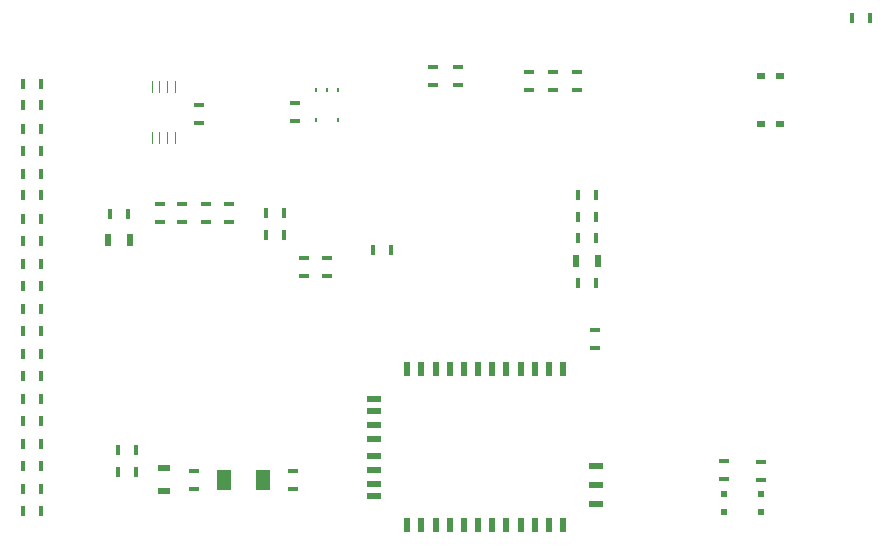
<source format=gtp>
G04 (created by PCBNEW (2013-05-31 BZR 4019)-stable) date 9/9/2013 2:24:19 PM*
%MOIN*%
G04 Gerber Fmt 3.4, Leading zero omitted, Abs format*
%FSLAX34Y34*%
G01*
G70*
G90*
G04 APERTURE LIST*
%ADD10C,0.00590551*%
%ADD11R,0.0194X0.0509*%
%ADD12R,0.0509X0.0194*%
%ADD13R,0.043X0.023*%
%ADD14R,0.008X0.018*%
%ADD15R,0.023X0.043*%
%ADD16R,0.013X0.033*%
%ADD17R,0.033X0.013*%
%ADD18R,0.003X0.038*%
%ADD19R,0.048X0.068*%
%ADD20R,0.0273701X0.0234331*%
%ADD21R,0.0194X0.0194*%
G04 APERTURE END LIST*
G54D10*
G54D11*
X-6452Y-12027D03*
X-6925Y-12027D03*
X-7397Y-12027D03*
X-7869Y-12027D03*
X-8342Y-12027D03*
X-8814Y-12027D03*
X-9286Y-12027D03*
X-9758Y-12027D03*
X-10231Y-12027D03*
X-10703Y-12027D03*
X-11175Y-12027D03*
X-11648Y-12027D03*
X-11648Y-17223D03*
X-11175Y-17223D03*
X-10703Y-17223D03*
X-10231Y-17223D03*
X-9758Y-17223D03*
X-9286Y-17223D03*
X-8814Y-17223D03*
X-8342Y-17223D03*
X-7869Y-17223D03*
X-7397Y-17223D03*
X-6925Y-17223D03*
X-6452Y-17223D03*
G54D12*
X-5350Y-16514D03*
X-5350Y-15884D03*
X-5350Y-15254D03*
X-12750Y-15845D03*
X-12750Y-13405D03*
X-12750Y-13003D03*
X-12750Y-13877D03*
X-12750Y-14350D03*
X-12750Y-14900D03*
X-12750Y-15373D03*
X-12750Y-16247D03*
G54D13*
X-19750Y-16075D03*
X-19750Y-15325D03*
G54D14*
X-13950Y-2725D03*
X-14700Y-2725D03*
X-13950Y-3725D03*
X-14325Y-2725D03*
X-14700Y-3725D03*
G54D15*
X-21625Y-7700D03*
X-20875Y-7700D03*
G54D16*
X-24450Y-16000D03*
X-23850Y-16000D03*
X-24450Y-5500D03*
X-23850Y-5500D03*
X-24450Y-14500D03*
X-23850Y-14500D03*
X-24450Y-13000D03*
X-23850Y-13000D03*
X-24450Y-11500D03*
X-23850Y-11500D03*
X-24450Y-10000D03*
X-23850Y-10000D03*
X-24450Y-8500D03*
X-23850Y-8500D03*
X-24450Y-7000D03*
X-23850Y-7000D03*
X-23850Y-12250D03*
X-24450Y-12250D03*
G54D17*
X-14325Y-8900D03*
X-14325Y-8300D03*
G54D16*
X-24450Y-4000D03*
X-23850Y-4000D03*
X-24450Y-2500D03*
X-23850Y-2500D03*
X-24450Y-4750D03*
X-23850Y-4750D03*
X-5950Y-9150D03*
X-5350Y-9150D03*
X-5950Y-6950D03*
X-5350Y-6950D03*
G54D17*
X-6775Y-2700D03*
X-6775Y-2100D03*
G54D16*
X-23850Y-16750D03*
X-24450Y-16750D03*
G54D17*
X-7575Y-2700D03*
X-7575Y-2100D03*
X-5400Y-10700D03*
X-5400Y-11300D03*
G54D16*
X3175Y-300D03*
X3775Y-300D03*
X-16350Y-6800D03*
X-15750Y-6800D03*
G54D17*
X-9950Y-2550D03*
X-9950Y-1950D03*
X-10800Y-2550D03*
X-10800Y-1950D03*
X-18750Y-15400D03*
X-18750Y-16000D03*
X-17600Y-7100D03*
X-17600Y-6500D03*
X-18350Y-7100D03*
X-18350Y-6500D03*
G54D16*
X-16350Y-7550D03*
X-15750Y-7550D03*
X-23850Y-15250D03*
X-24450Y-15250D03*
G54D17*
X-15075Y-8900D03*
X-15075Y-8300D03*
X-19150Y-7100D03*
X-19150Y-6500D03*
X-19900Y-7100D03*
X-19900Y-6500D03*
G54D16*
X-23850Y-13750D03*
X-24450Y-13750D03*
X-23850Y-10750D03*
X-24450Y-10750D03*
X-23850Y-9250D03*
X-24450Y-9250D03*
X-23850Y-7750D03*
X-24450Y-7750D03*
X-23850Y-6200D03*
X-24450Y-6200D03*
X-23850Y-3200D03*
X-24450Y-3200D03*
G54D17*
X-18600Y-3800D03*
X-18600Y-3200D03*
G54D16*
X-5350Y-6225D03*
X-5950Y-6225D03*
G54D17*
X-6000Y-2100D03*
X-6000Y-2700D03*
G54D16*
X-12775Y-8050D03*
X-12175Y-8050D03*
X-20700Y-15450D03*
X-21300Y-15450D03*
X-20700Y-14700D03*
X-21300Y-14700D03*
G54D18*
X-19366Y-2600D03*
X-19622Y-2600D03*
X-19878Y-2600D03*
X-20134Y-2600D03*
X-20134Y-4300D03*
X-19878Y-4300D03*
X-19622Y-4300D03*
X-19366Y-4300D03*
G54D17*
X-15400Y-3750D03*
X-15400Y-3150D03*
X-15450Y-15400D03*
X-15450Y-16000D03*
G54D16*
X-20950Y-6850D03*
X-21550Y-6850D03*
X-5950Y-7650D03*
X-5350Y-7650D03*
G54D15*
X-6025Y-8400D03*
X-5275Y-8400D03*
G54D19*
X-17750Y-15700D03*
X-16450Y-15700D03*
G54D20*
X761Y-2242D03*
X131Y-2242D03*
X761Y-3857D03*
X131Y-3857D03*
G54D17*
X-1100Y-15675D03*
X-1100Y-15075D03*
X150Y-15700D03*
X150Y-15100D03*
G54D21*
X-1100Y-16770D03*
X-1100Y-16180D03*
X150Y-16770D03*
X150Y-16180D03*
M02*

</source>
